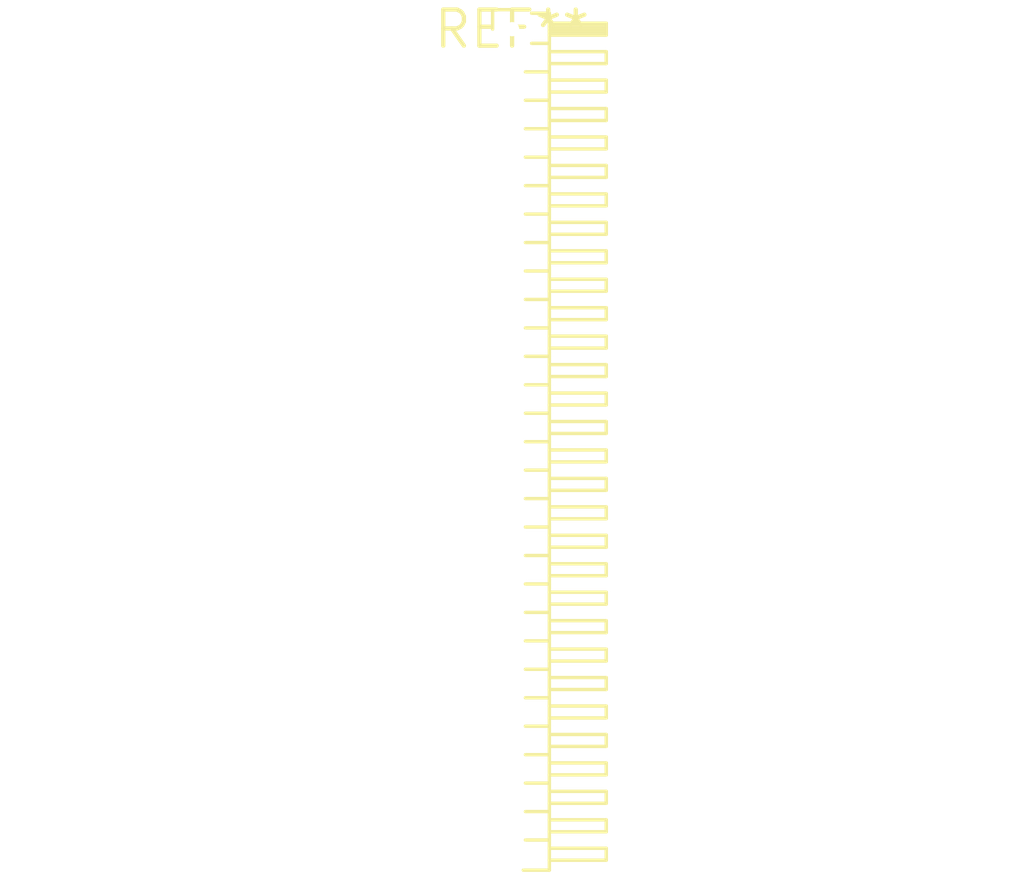
<source format=kicad_pcb>
(kicad_pcb (version 20240108) (generator pcbnew)
  (layers (0 "F.Cu" signal) (31 "B.Cu" signal) (34 "B.Paste" user) (35 "F.Paste" user) (36 "B.SilkS" user "B.Silkscreen") (37 "F.SilkS" user "F.Silkscreen") (38 "B.Mask" user) (39 "F.Mask" user) (44 "Edge.Cuts" user))
  (net 0 "")
  (footprint "PinHeader_1x30_P1.00mm_Horizontal" (layer "F.Cu") (at 0 0)
    (property "Reference" "REF**")
    (property "Value" "PinHeader_1x30_P1.00mm_Horizontal")
    (fp_line (start -0.685 -0.685) (end 0 -0.685) (layer "F.SilkS") (stroke (width 0.12)))
    (fp_line (start -0.685 0) (end -0.685 -0.685) (layer "F.SilkS") (stroke (width 0.12)))
    (fp_line (start 0.468215 1.5) (end 1.31 1.5) (layer "F.SilkS") (stroke (width 0.12)))
    (fp_line (start 0.468215 2.5) (end 1.31 2.5) (layer "F.SilkS") (stroke (width 0.12)))
    (fp_line (start 0.468215 3.5) (end 1.31 3.5) (layer "F.SilkS") (stroke (width 0.12)))
    (fp_line (start 0.468215 4.5) (end 1.31 4.5) (layer "F.SilkS") (stroke (width 0.12)))
    (fp_line (start 0.468215 5.5) (end 1.31 5.5) (layer "F.SilkS") (stroke (width 0.12)))
    (fp_line (start 0.468215 6.5) (end 1.31 6.5) (layer "F.SilkS") (stroke (width 0.12)))
    (fp_line (start 0.468215 7.5) (end 1.31 7.5) (layer "F.SilkS") (stroke (width 0.12)))
    (fp_line (start 0.468215 8.5) (end 1.31 8.5) (layer "F.SilkS") (stroke (width 0.12)))
    (fp_line (start 0.468215 9.5) (end 1.31 9.5) (layer "F.SilkS") (stroke (width 0.12)))
    (fp_line (start 0.468215 10.5) (end 1.31 10.5) (layer "F.SilkS") (stroke (width 0.12)))
    (fp_line (start 0.468215 11.5) (end 1.31 11.5) (layer "F.SilkS") (stroke (width 0.12)))
    (fp_line (start 0.468215 12.5) (end 1.31 12.5) (layer "F.SilkS") (stroke (width 0.12)))
    (fp_line (start 0.468215 13.5) (end 1.31 13.5) (layer "F.SilkS") (stroke (width 0.12)))
    (fp_line (start 0.468215 14.5) (end 1.31 14.5) (layer "F.SilkS") (stroke (width 0.12)))
    (fp_line (start 0.468215 15.5) (end 1.31 15.5) (layer "F.SilkS") (stroke (width 0.12)))
    (fp_line (start 0.468215 16.5) (end 1.31 16.5) (layer "F.SilkS") (stroke (width 0.12)))
    (fp_line (start 0.468215 17.5) (end 1.31 17.5) (layer "F.SilkS") (stroke (width 0.12)))
    (fp_line (start 0.468215 18.5) (end 1.31 18.5) (layer "F.SilkS") (stroke (width 0.12)))
    (fp_line (start 0.468215 19.5) (end 1.31 19.5) (layer "F.SilkS") (stroke (width 0.12)))
    (fp_line (start 0.468215 20.5) (end 1.31 20.5) (layer "F.SilkS") (stroke (width 0.12)))
    (fp_line (start 0.468215 21.5) (end 1.31 21.5) (layer "F.SilkS") (stroke (width 0.12)))
    (fp_line (start 0.468215 22.5) (end 1.31 22.5) (layer "F.SilkS") (stroke (width 0.12)))
    (fp_line (start 0.468215 23.5) (end 1.31 23.5) (layer "F.SilkS") (stroke (width 0.12)))
    (fp_line (start 0.468215 24.5) (end 1.31 24.5) (layer "F.SilkS") (stroke (width 0.12)))
    (fp_line (start 0.468215 25.5) (end 1.31 25.5) (layer "F.SilkS") (stroke (width 0.12)))
    (fp_line (start 0.468215 26.5) (end 1.31 26.5) (layer "F.SilkS") (stroke (width 0.12)))
    (fp_line (start 0.468215 27.5) (end 1.31 27.5) (layer "F.SilkS") (stroke (width 0.12)))
    (fp_line (start 0.468215 28.5) (end 1.31 28.5) (layer "F.SilkS") (stroke (width 0.12)))
    (fp_line (start 0.685 -0.56) (end 1.31 -0.56) (layer "F.SilkS") (stroke (width 0.12)))
    (fp_line (start 0.685 0.5) (end 1.31 0.5) (layer "F.SilkS") (stroke (width 0.12)))
    (fp_line (start 1.31 -0.56) (end 1.31 29.56) (layer "F.SilkS") (stroke (width 0.12)))
    (fp_line (start 1.31 -0.21) (end 3.31 -0.21) (layer "F.SilkS") (stroke (width 0.12)))
    (fp_line (start 1.31 -0.15) (end 3.31 -0.15) (layer "F.SilkS") (stroke (width 0.12)))
    (fp_line (start 1.31 -0.03) (end 3.31 -0.03) (layer "F.SilkS") (stroke (width 0.12)))
    (fp_line (start 1.31 0.09) (end 3.31 0.09) (layer "F.SilkS") (stroke (width 0.12)))
    (fp_line (start 1.31 0.79) (end 3.31 0.79) (layer "F.SilkS") (stroke (width 0.12)))
    (fp_line (start 1.31 1.79) (end 3.31 1.79) (layer "F.SilkS") (stroke (width 0.12)))
    (fp_line (start 1.31 2.79) (end 3.31 2.79) (layer "F.SilkS") (stroke (width 0.12)))
    (fp_line (start 1.31 3.79) (end 3.31 3.79) (layer "F.SilkS") (stroke (width 0.12)))
    (fp_line (start 1.31 4.79) (end 3.31 4.79) (layer "F.SilkS") (stroke (width 0.12)))
    (fp_line (start 1.31 5.79) (end 3.31 5.79) (layer "F.SilkS") (stroke (width 0.12)))
    (fp_line (start 1.31 6.79) (end 3.31 6.79) (layer "F.SilkS") (stroke (width 0.12)))
    (fp_line (start 1.31 7.79) (end 3.31 7.79) (layer "F.SilkS") (stroke (width 0.12)))
    (fp_line (start 1.31 8.79) (end 3.31 8.79) (layer "F.SilkS") (stroke (width 0.12)))
    (fp_line (start 1.31 9.79) (end 3.31 9.79) (layer "F.SilkS") (stroke (width 0.12)))
    (fp_line (start 1.31 10.79) (end 3.31 10.79) (layer "F.SilkS") (stroke (width 0.12)))
    (fp_line (start 1.31 11.79) (end 3.31 11.79) (layer "F.SilkS") (stroke (width 0.12)))
    (fp_line (start 1.31 12.79) (end 3.31 12.79) (layer "F.SilkS") (stroke (width 0.12)))
    (fp_line (start 1.31 13.79) (end 3.31 13.79) (layer "F.SilkS") (stroke (width 0.12)))
    (fp_line (start 1.31 14.79) (end 3.31 14.79) (layer "F.SilkS") (stroke (width 0.12)))
    (fp_line (start 1.31 15.79) (end 3.31 15.79) (layer "F.SilkS") (stroke (width 0.12)))
    (fp_line (start 1.31 16.79) (end 3.31 16.79) (layer "F.SilkS") (stroke (width 0.12)))
    (fp_line (start 1.31 17.79) (end 3.31 17.79) (layer "F.SilkS") (stroke (width 0.12)))
    (fp_line (start 1.31 18.79) (end 3.31 18.79) (layer "F.SilkS") (stroke (width 0.12)))
    (fp_line (start 1.31 19.79) (end 3.31 19.79) (layer "F.SilkS") (stroke (width 0.12)))
    (fp_line (start 1.31 20.79) (end 3.31 20.79) (layer "F.SilkS") (stroke (width 0.12)))
    (fp_line (start 1.31 21.79) (end 3.31 21.79) (layer "F.SilkS") (stroke (width 0.12)))
    (fp_line (start 1.31 22.79) (end 3.31 22.79) (layer "F.SilkS") (stroke (width 0.12)))
    (fp_line (start 1.31 23.79) (end 3.31 23.79) (layer "F.SilkS") (stroke (width 0.12)))
    (fp_line (start 1.31 24.79) (end 3.31 24.79) (layer "F.SilkS") (stroke (width 0.12)))
    (fp_line (start 1.31 25.79) (end 3.31 25.79) (layer "F.SilkS") (stroke (width 0.12)))
    (fp_line (start 1.31 26.79) (end 3.31 26.79) (layer "F.SilkS") (stroke (width 0.12)))
    (fp_line (start 1.31 27.79) (end 3.31 27.79) (layer "F.SilkS") (stroke (width 0.12)))
    (fp_line (start 1.31 28.79) (end 3.31 28.79) (layer "F.SilkS") (stroke (width 0.12)))
    (fp_line (start 1.31 29.56) (end 0.394493 29.56) (layer "F.SilkS") (stroke (width 0.12)))
    (fp_line (start 3.31 -0.21) (end 3.31 0.21) (layer "F.SilkS") (stroke (width 0.12)))
    (fp_line (start 3.31 0.21) (end 1.31 0.21) (layer "F.SilkS") (stroke (width 0.12)))
    (fp_line (start 3.31 0.79) (end 3.31 1.21) (layer "F.SilkS") (stroke (width 0.12)))
    (fp_line (start 3.31 1.21) (end 1.31 1.21) (layer "F.SilkS") (stroke (width 0.12)))
    (fp_line (start 3.31 1.79) (end 3.31 2.21) (layer "F.SilkS") (stroke (width 0.12)))
    (fp_line (start 3.31 2.21) (end 1.31 2.21) (layer "F.SilkS") (stroke (width 0.12)))
    (fp_line (start 3.31 2.79) (end 3.31 3.21) (layer "F.SilkS") (stroke (width 0.12)))
    (fp_line (start 3.31 3.21) (end 1.31 3.21) (layer "F.SilkS") (stroke (width 0.12)))
    (fp_line (start 3.31 3.79) (end 3.31 4.21) (layer "F.SilkS") (stroke (width 0.12)))
    (fp_line (start 3.31 4.21) (end 1.31 4.21) (layer "F.SilkS") (stroke (width 0.12)))
    (fp_line (start 3.31 4.79) (end 3.31 5.21) (layer "F.SilkS") (stroke (width 0.12)))
    (fp_line (start 3.31 5.21) (end 1.31 5.21) (layer "F.SilkS") (stroke (width 0.12)))
    (fp_line (start 3.31 5.79) (end 3.31 6.21) (layer "F.SilkS") (stroke (width 0.12)))
    (fp_line (start 3.31 6.21) (end 1.31 6.21) (layer "F.SilkS") (stroke (width 0.12)))
    (fp_line (start 3.31 6.79) (end 3.31 7.21) (layer "F.SilkS") (stroke (width 0.12)))
    (fp_line (start 3.31 7.21) (end 1.31 7.21) (layer "F.SilkS") (stroke (width 0.12)))
    (fp_line (start 3.31 7.79) (end 3.31 8.21) (layer "F.SilkS") (stroke (width 0.12)))
    (fp_line (start 3.31 8.21) (end 1.31 8.21) (layer "F.SilkS") (stroke (width 0.12)))
    (fp_line (start 3.31 8.79) (end 3.31 9.21) (layer "F.SilkS") (stroke (width 0.12)))
    (fp_line (start 3.31 9.21) (end 1.31 9.21) (layer "F.SilkS") (stroke (width 0.12)))
    (fp_line (start 3.31 9.79) (end 3.31 10.21) (layer "F.SilkS") (stroke (width 0.12)))
    (fp_line (start 3.31 10.21) (end 1.31 10.21) (layer "F.SilkS") (stroke (width 0.12)))
    (fp_line (start 3.31 10.79) (end 3.31 11.21) (layer "F.SilkS") (stroke (width 0.12)))
    (fp_line (start 3.31 11.21) (end 1.31 11.21) (layer "F.SilkS") (stroke (width 0.12)))
    (fp_line (start 3.31 11.79) (end 3.31 12.21) (layer "F.SilkS") (stroke (width 0.12)))
    (fp_line (start 3.31 12.21) (end 1.31 12.21) (layer "F.SilkS") (stroke (width 0.12)))
    (fp_line (start 3.31 12.79) (end 3.31 13.21) (layer "F.SilkS") (stroke (width 0.12)))
    (fp_line (start 3.31 13.21) (end 1.31 13.21) (layer "F.SilkS") (stroke (width 0.12)))
    (fp_line (start 3.31 13.79) (end 3.31 14.21) (layer "F.SilkS") (stroke (width 0.12)))
    (fp_line (start 3.31 14.21) (end 1.31 14.21) (layer "F.SilkS") (stroke (width 0.12)))
    (fp_line (start 3.31 14.79) (end 3.31 15.21) (layer "F.SilkS") (stroke (width 0.12)))
    (fp_line (start 3.31 15.21) (end 1.31 15.21) (layer "F.SilkS") (stroke (width 0.12)))
    (fp_line (start 3.31 15.79) (end 3.31 16.21) (layer "F.SilkS") (stroke (width 0.12)))
    (fp_line (start 3.31 16.21) (end 1.31 16.21) (layer "F.SilkS") (stroke (width 0.12)))
    (fp_line (start 3.31 16.79) (end 3.31 17.21) (layer "F.SilkS") (stroke (width 0.12)))
    (fp_line (start 3.31 17.21) (end 1.31 17.21) (layer "F.SilkS") (stroke (width 0.12)))
    (fp_line (start 3.31 17.79) (end 3.31 18.21) (layer "F.SilkS") (stroke (width 0.12)))
    (fp_line (start 3.31 18.21) (end 1.31 18.21) (layer "F.SilkS") (stroke (width 0.12)))
    (fp_line (start 3.31 18.79) (end 3.31 19.21) (layer "F.SilkS") (stroke (width 0.12)))
    (fp_line (start 3.31 19.21) (end 1.31 19.21) (layer "F.SilkS") (stroke (width 0.12)))
    (fp_line (start 3.31 19.79) (end 3.31 20.21) (layer "F.SilkS") (stroke (width 0.12)))
    (fp_line (start 3.31 20.21) (end 1.31 20.21) (layer "F.SilkS") (stroke (width 0.12)))
    (fp_line (start 3.31 20.79) (end 3.31 21.21) (layer "F.SilkS") (stroke (width 0.12)))
    (fp_line (start 3.31 21.21) (end 1.31 21.21) (layer "F.SilkS") (stroke (width 0.12)))
    (fp_line (start 3.31 21.79) (end 3.31 22.21) (layer "F.SilkS") (stroke (width 0.12)))
    (fp_line (start 3.31 22.21) (end 1.31 22.21) (layer "F.SilkS") (stroke (width 0.12)))
    (fp_line (start 3.31 22.79) (end 3.31 23.21) (layer "F.SilkS") (stroke (width 0.12)))
    (fp_line (start 3.31 23.21) (end 1.31 23.21) (layer "F.SilkS") (stroke (width 0.12)))
    (fp_line (start 3.31 23.79) (end 3.31 24.21) (layer "F.SilkS") (stroke (width 0.12)))
    (fp_line (start 3.31 24.21) (end 1.31 24.21) (layer "F.SilkS") (stroke (width 0.12)))
    (fp_line (start 3.31 24.79) (end 3.31 25.21) (layer "F.SilkS") (stroke (width 0.12)))
    (fp_line (start 3.31 25.21) (end 1.31 25.21) (layer "F.SilkS") (stroke (width 0.12)))
    (fp_line (start 3.31 25.79) (end 3.31 26.21) (layer "F.SilkS") (stroke (width 0.12)))
    (fp_line (start 3.31 26.21) (end 1.31 26.21) (layer "F.SilkS") (stroke (width 0.12)))
    (fp_line (start 3.31 26.79) (end 3.31 27.21) (layer "F.SilkS") (stroke (width 0.12)))
    (fp_line (start 3.31 27.21) (end 1.31 27.21) (layer "F.SilkS") (stroke (width 0.12)))
    (fp_line (start 3.31 27.79) (end 3.31 28.21) (layer "F.SilkS") (stroke (width 0.12)))
    (fp_line (start 3.31 28.21) (end 1.31 28.21) (layer "F.SilkS") (stroke (width 0.12)))
    (fp_line (start 3.31 28.79) (end 3.31 29.21) (layer "F.SilkS") (stroke (width 0.12)))
    (fp_line (start 3.31 29.21) (end 1.31 29.21) (layer "F.SilkS") (stroke (width 0.12)))
    (pad "1" thru_hole rect (at 0 0) (size 0.85 0.85) (drill 0.5) (layers *.Cu *.Mask) (remove_unused_layers))
    (pad "2" thru_hole oval (at 0 1) (size 0.85 0.85) (drill 0.5) (layers *.Cu *.Mask) (remove_unused_layers))
    (pad "3" thru_hole oval (at 0 2) (size 0.85 0.85) (drill 0.5) (layers *.Cu *.Mask) (remove_unused_layers))
    (pad "4" thru_hole oval (at 0 3) (size 0.85 0.85) (drill 0.5) (layers *.Cu *.Mask) (remove_unused_layers))
    (pad "5" thru_hole oval (at 0 4) (size 0.85 0.85) (drill 0.5) (layers *.Cu *.Mask) (remove_unused_layers))
    (pad "6" thru_hole oval (at 0 5) (size 0.85 0.85) (drill 0.5) (layers *.Cu *.Mask) (remove_unused_layers))
    (pad "7" thru_hole oval (at 0 6) (size 0.85 0.85) (drill 0.5) (layers *.Cu *.Mask) (remove_unused_layers))
    (pad "8" thru_hole oval (at 0 7) (size 0.85 0.85) (drill 0.5) (layers *.Cu *.Mask) (remove_unused_layers))
    (pad "9" thru_hole oval (at 0 8) (size 0.85 0.85) (drill 0.5) (layers *.Cu *.Mask) (remove_unused_layers))
    (pad "10" thru_hole oval (at 0 9) (size 0.85 0.85) (drill 0.5) (layers *.Cu *.Mask) (remove_unused_layers))
    (pad "11" thru_hole oval (at 0 10) (size 0.85 0.85) (drill 0.5) (layers *.Cu *.Mask) (remove_unused_layers))
    (pad "12" thru_hole oval (at 0 11) (size 0.85 0.85) (drill 0.5) (layers *.Cu *.Mask) (remove_unused_layers))
    (pad "13" thru_hole oval (at 0 12) (size 0.85 0.85) (drill 0.5) (layers *.Cu *.Mask) (remove_unused_layers))
    (pad "14" thru_hole oval (at 0 13) (size 0.85 0.85) (drill 0.5) (layers *.Cu *.Mask) (remove_unused_layers))
    (pad "15" thru_hole oval (at 0 14) (size 0.85 0.85) (drill 0.5) (layers *.Cu *.Mask) (remove_unused_layers))
    (pad "16" thru_hole oval (at 0 15) (size 0.85 0.85) (drill 0.5) (layers *.Cu *.Mask) (remove_unused_layers))
    (pad "17" thru_hole oval (at 0 16) (size 0.85 0.85) (drill 0.5) (layers *.Cu *.Mask) (remove_unused_layers))
    (pad "18" thru_hole oval (at 0 17) (size 0.85 0.85) (drill 0.5) (layers *.Cu *.Mask) (remove_unused_layers))
    (pad "19" thru_hole oval (at 0 18) (size 0.85 0.85) (drill 0.5) (layers *.Cu *.Mask) (remove_unused_layers))
    (pad "20" thru_hole oval (at 0 19) (size 0.85 0.85) (drill 0.5) (layers *.Cu *.Mask) (remove_unused_layers))
    (pad "21" thru_hole oval (at 0 20) (size 0.85 0.85) (drill 0.5) (layers *.Cu *.Mask) (remove_unused_layers))
    (pad "22" thru_hole oval (at 0 21) (size 0.85 0.85) (drill 0.5) (layers *.Cu *.Mask) (remove_unused_layers))
    (pad "23" thru_hole oval (at 0 22) (size 0.85 0.85) (drill 0.5) (layers *.Cu *.Mask) (remove_unused_layers))
    (pad "24" thru_hole oval (at 0 23) (size 0.85 0.85) (drill 0.5) (layers *.Cu *.Mask) (remove_unused_layers))
    (pad "25" thru_hole oval (at 0 24) (size 0.85 0.85) (drill 0.5) (layers *.Cu *.Mask) (remove_unused_layers))
    (pad "26" thru_hole oval (at 0 25) (size 0.85 0.85) (drill 0.5) (layers *.Cu *.Mask) (remove_unused_layers))
    (pad "27" thru_hole oval (at 0 26) (size 0.85 0.85) (drill 0.5) (layers *.Cu *.Mask) (remove_unused_layers))
    (pad "28" thru_hole oval (at 0 27) (size 0.85 0.85) (drill 0.5) (layers *.Cu *.Mask) (remove_unused_layers))
    (pad "29" thru_hole oval (at 0 28) (size 0.85 0.85) (drill 0.5) (layers *.Cu *.Mask) (remove_unused_layers))
    (pad "30" thru_hole oval (at 0 29) (size 0.85 0.85) (drill 0.5) (layers *.Cu *.Mask) (remove_unused_layers))
  )
)
</source>
